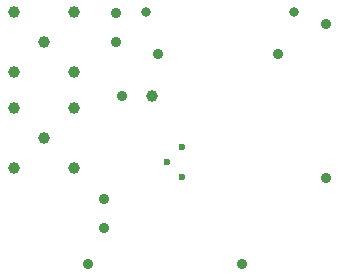
<source format=gbr>
G04 Generated by Ultiboard 10.0 *
%FSLAX25Y25*%
%MOIN*%

%ADD20C,0.03937*%
%ADD16C,0.03150*%
%ADD17C,0.03543*%
%ADD11C,0.02362*%
%ADD13C,0.03500*%
%ADD18C,0.03917*%


G04 ColorRGB 000000 for the following layer *
%LNBohrung-Copper Top-Copper Bottom*%
%LPD*%
%FSLAX25Y25*%
%MOIN*%
G54D20*
X28000Y92000D03*
X28000Y112000D03*
X8000Y92000D03*
X18000Y102000D03*
X8000Y112000D03*
X8000Y60000D03*
X28000Y60000D03*
X28000Y80000D03*
X18000Y70000D03*
X8000Y80000D03*
G54D16*
X52000Y112000D03*
X101213Y112000D03*
G54D17*
X56000Y98000D03*
X96000Y98000D03*
X32819Y28000D03*
X84000Y28000D03*
X38000Y49843D03*
X38000Y40000D03*
X42000Y111843D03*
X42000Y102000D03*
X112000Y56819D03*
X112000Y108000D03*
G54D11*
X64000Y67000D03*
X64000Y57000D03*
X59000Y62000D03*
G54D13*
X44000Y84000D03*
G54D18*
X54000Y84000D03*

M00*

</source>
